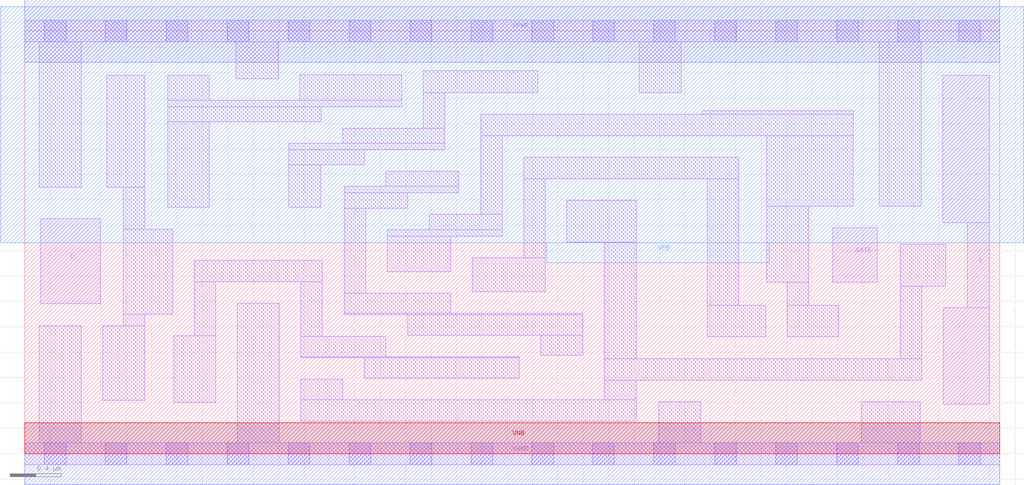
<source format=lef>
# Copyright 2020 The SkyWater PDK Authors
#
# Licensed under the Apache License, Version 2.0 (the "License");
# you may not use this file except in compliance with the License.
# You may obtain a copy of the License at
#
#     https://www.apache.org/licenses/LICENSE-2.0
#
# Unless required by applicable law or agreed to in writing, software
# distributed under the License is distributed on an "AS IS" BASIS,
# WITHOUT WARRANTIES OR CONDITIONS OF ANY KIND, either express or implied.
# See the License for the specific language governing permissions and
# limitations under the License.
#
# SPDX-License-Identifier: Apache-2.0

VERSION 5.7 ;
  NOWIREEXTENSIONATPIN ON ;
  DIVIDERCHAR "/" ;
  BUSBITCHARS "[]" ;
MACRO sky130_fd_sc_ls__dlxtp_1
  CLASS CORE ;
  FOREIGN sky130_fd_sc_ls__dlxtp_1 ;
  ORIGIN  0.000000  0.000000 ;
  SIZE  7.680000 BY  3.330000 ;
  SYMMETRY X Y ;
  SITE unit ;
  PIN D
    ANTENNAGATEAREA  0.208500 ;
    DIRECTION INPUT ;
    USE SIGNAL ;
    PORT
      LAYER li1 ;
        RECT 0.125000 1.180000 0.595000 1.850000 ;
    END
  END D
  PIN Q
    ANTENNADIFFAREA  0.541300 ;
    DIRECTION OUTPUT ;
    USE SIGNAL ;
    PORT
      LAYER li1 ;
        RECT 7.230000 1.820000 7.595000 2.980000 ;
        RECT 7.235000 0.390000 7.595000 1.150000 ;
        RECT 7.425000 1.150000 7.595000 1.820000 ;
    END
  END Q
  PIN GATE
    ANTENNAGATEAREA  0.237000 ;
    DIRECTION INPUT ;
    USE CLOCK ;
    PORT
      LAYER li1 ;
        RECT 6.365000 1.350000 6.715000 1.780000 ;
    END
  END GATE
  PIN VGND
    DIRECTION INOUT ;
    SHAPE ABUTMENT ;
    USE GROUND ;
    PORT
      LAYER met1 ;
        RECT 0.000000 -0.245000 7.680000 0.245000 ;
    END
  END VGND
  PIN VNB
    DIRECTION INOUT ;
    USE GROUND ;
    PORT
      LAYER pwell ;
        RECT 0.000000 0.000000 7.680000 0.245000 ;
    END
  END VNB
  PIN VPB
    DIRECTION INOUT ;
    USE POWER ;
    PORT
      LAYER nwell ;
        RECT -0.190000 1.660000 7.870000 3.520000 ;
        RECT  4.110000 1.505000 5.865000 1.660000 ;
    END
  END VPB
  PIN VPWR
    DIRECTION INOUT ;
    SHAPE ABUTMENT ;
    USE POWER ;
    PORT
      LAYER met1 ;
        RECT 0.000000 3.085000 7.680000 3.575000 ;
    END
  END VPWR
  OBS
    LAYER li1 ;
      RECT 0.000000 -0.085000 7.680000 0.085000 ;
      RECT 0.000000  3.245000 7.680000 3.415000 ;
      RECT 0.115000  0.085000 0.445000 1.010000 ;
      RECT 0.115000  2.100000 0.445000 3.245000 ;
      RECT 0.615000  0.420000 0.945000 1.010000 ;
      RECT 0.645000  2.100000 0.945000 2.980000 ;
      RECT 0.775000  1.010000 0.945000 1.100000 ;
      RECT 0.775000  1.100000 1.165000 1.770000 ;
      RECT 0.775000  1.770000 0.945000 2.100000 ;
      RECT 1.125000  1.940000 1.455000 2.615000 ;
      RECT 1.125000  2.615000 2.335000 2.735000 ;
      RECT 1.125000  2.735000 2.970000 2.785000 ;
      RECT 1.125000  2.785000 1.455000 2.980000 ;
      RECT 1.175000  0.405000 1.505000 0.930000 ;
      RECT 1.335000  0.930000 1.505000 1.355000 ;
      RECT 1.335000  1.355000 2.345000 1.525000 ;
      RECT 1.660000  2.955000 1.995000 3.245000 ;
      RECT 1.675000  0.085000 2.005000 1.185000 ;
      RECT 2.080000  1.940000 2.330000 2.275000 ;
      RECT 2.080000  2.275000 2.675000 2.395000 ;
      RECT 2.080000  2.395000 3.310000 2.445000 ;
      RECT 2.165000  2.785000 2.970000 2.985000 ;
      RECT 2.175000  0.255000 4.815000 0.425000 ;
      RECT 2.175000  0.425000 2.505000 0.585000 ;
      RECT 2.175000  0.755000 3.895000 0.765000 ;
      RECT 2.175000  0.765000 2.845000 0.925000 ;
      RECT 2.175000  0.925000 2.345000 1.355000 ;
      RECT 2.505000  2.445000 3.310000 2.565000 ;
      RECT 2.515000  1.095000 4.395000 1.105000 ;
      RECT 2.515000  1.105000 3.355000 1.265000 ;
      RECT 2.515000  1.265000 2.685000 1.935000 ;
      RECT 2.515000  1.935000 3.015000 2.055000 ;
      RECT 2.515000  2.055000 3.420000 2.105000 ;
      RECT 2.675000  0.595000 3.895000 0.755000 ;
      RECT 2.845000  2.105000 3.420000 2.225000 ;
      RECT 2.855000  1.435000 3.355000 1.715000 ;
      RECT 2.855000  1.715000 3.760000 1.765000 ;
      RECT 3.015000  0.935000 4.395000 1.095000 ;
      RECT 3.140000  2.565000 3.310000 2.845000 ;
      RECT 3.140000  2.845000 4.040000 3.015000 ;
      RECT 3.185000  1.765000 3.760000 1.885000 ;
      RECT 3.525000  1.275000 4.100000 1.545000 ;
      RECT 3.590000  1.885000 3.760000 2.505000 ;
      RECT 3.590000  2.505000 6.525000 2.675000 ;
      RECT 3.930000  1.545000 4.100000 2.165000 ;
      RECT 3.930000  2.165000 5.625000 2.335000 ;
      RECT 4.065000  0.775000 4.395000 0.935000 ;
      RECT 4.270000  1.665000 4.815000 1.995000 ;
      RECT 4.565000  0.425000 4.815000 0.580000 ;
      RECT 4.565000  0.580000 7.065000 0.750000 ;
      RECT 4.565000  0.750000 4.815000 1.665000 ;
      RECT 4.840000  2.845000 5.170000 3.245000 ;
      RECT 4.995000  0.085000 5.325000 0.410000 ;
      RECT 5.340000  2.675000 6.525000 2.700000 ;
      RECT 5.375000  0.920000 5.835000 1.170000 ;
      RECT 5.375000  1.170000 5.625000 2.165000 ;
      RECT 5.845000  1.350000 6.175000 1.950000 ;
      RECT 5.845000  1.950000 6.525000 2.505000 ;
      RECT 6.005000  0.920000 6.410000 1.170000 ;
      RECT 6.005000  1.170000 6.175000 1.350000 ;
      RECT 6.590000  0.085000 7.055000 0.410000 ;
      RECT 6.730000  1.950000 7.060000 3.245000 ;
      RECT 6.895000  0.750000 7.065000 1.320000 ;
      RECT 6.895000  1.320000 7.255000 1.650000 ;
    LAYER mcon ;
      RECT 0.155000 -0.085000 0.325000 0.085000 ;
      RECT 0.155000  3.245000 0.325000 3.415000 ;
      RECT 0.635000 -0.085000 0.805000 0.085000 ;
      RECT 0.635000  3.245000 0.805000 3.415000 ;
      RECT 1.115000 -0.085000 1.285000 0.085000 ;
      RECT 1.115000  3.245000 1.285000 3.415000 ;
      RECT 1.595000 -0.085000 1.765000 0.085000 ;
      RECT 1.595000  3.245000 1.765000 3.415000 ;
      RECT 2.075000 -0.085000 2.245000 0.085000 ;
      RECT 2.075000  3.245000 2.245000 3.415000 ;
      RECT 2.555000 -0.085000 2.725000 0.085000 ;
      RECT 2.555000  3.245000 2.725000 3.415000 ;
      RECT 3.035000 -0.085000 3.205000 0.085000 ;
      RECT 3.035000  3.245000 3.205000 3.415000 ;
      RECT 3.515000 -0.085000 3.685000 0.085000 ;
      RECT 3.515000  3.245000 3.685000 3.415000 ;
      RECT 3.995000 -0.085000 4.165000 0.085000 ;
      RECT 3.995000  3.245000 4.165000 3.415000 ;
      RECT 4.475000 -0.085000 4.645000 0.085000 ;
      RECT 4.475000  3.245000 4.645000 3.415000 ;
      RECT 4.955000 -0.085000 5.125000 0.085000 ;
      RECT 4.955000  3.245000 5.125000 3.415000 ;
      RECT 5.435000 -0.085000 5.605000 0.085000 ;
      RECT 5.435000  3.245000 5.605000 3.415000 ;
      RECT 5.915000 -0.085000 6.085000 0.085000 ;
      RECT 5.915000  3.245000 6.085000 3.415000 ;
      RECT 6.395000 -0.085000 6.565000 0.085000 ;
      RECT 6.395000  3.245000 6.565000 3.415000 ;
      RECT 6.875000 -0.085000 7.045000 0.085000 ;
      RECT 6.875000  3.245000 7.045000 3.415000 ;
      RECT 7.355000 -0.085000 7.525000 0.085000 ;
      RECT 7.355000  3.245000 7.525000 3.415000 ;
  END
END sky130_fd_sc_ls__dlxtp_1
END LIBRARY

</source>
